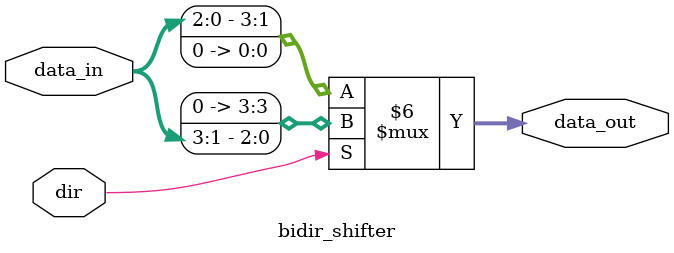
<source format=v>
module bidir_shifter (
    input  wire [3:0] data_in,
    input  wire       dir,       // 0 = left, 1 = right
    output reg  [3:0] data_out
);

always @(*) begin
    if (dir == 1'b0)
        data_out = data_in << 1;   // logical left shift
    else
        data_out = data_in >> 1;   // logical right shift
end

endmodule

</source>
